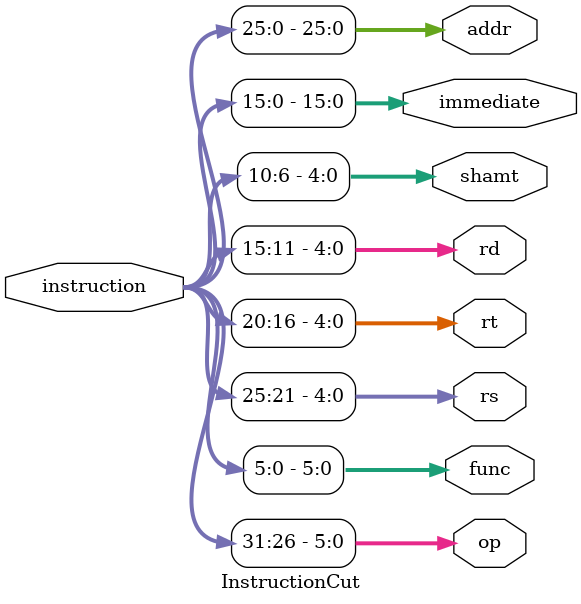
<source format=v>
module InstructionCut(
    input [31:0] instruction,
    output reg [5:0] op,
    output reg [5:0] func,
    output reg [4:0] rs,
    output reg [4:0] rt,
    output reg [4:0] rd,
    output reg [4:0] shamt,
    output reg [15:0] immediate,
    output reg [25:0] addr
);

    initial begin
        op = 6'b00000;
        rs = 5'b00000;
        rt = 5'b00000;
        rd = 5'b00000;
    end

    always@(instruction) begin
        op = instruction[31:26];
        rs = instruction[25:21];
        rt = instruction[20:16];
        rd = instruction[15:11];
        shamt = instruction[10:6];
        func = instruction[5:0];
        immediate = instruction[15:0];
        addr = instruction[25:0];
    end
endmodule
</source>
